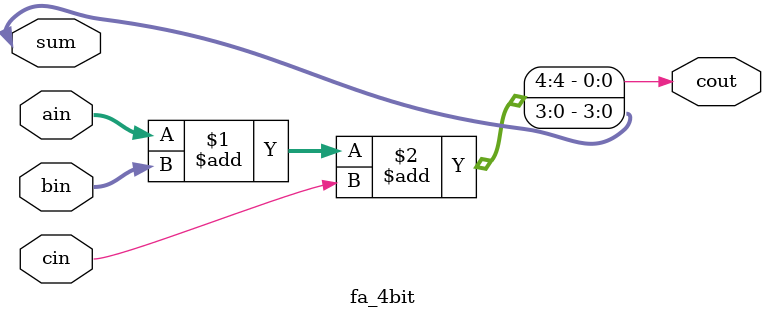
<source format=v>
module fa_4bit(cin,cout,ain,bin,sum);
	input cin;
	input [3:0] ain,bin;
	input [3:0] sum;
	output cout;

	assign {cout,sum} = ain+bin+cin;
endmodule // fa_4bit

</source>
